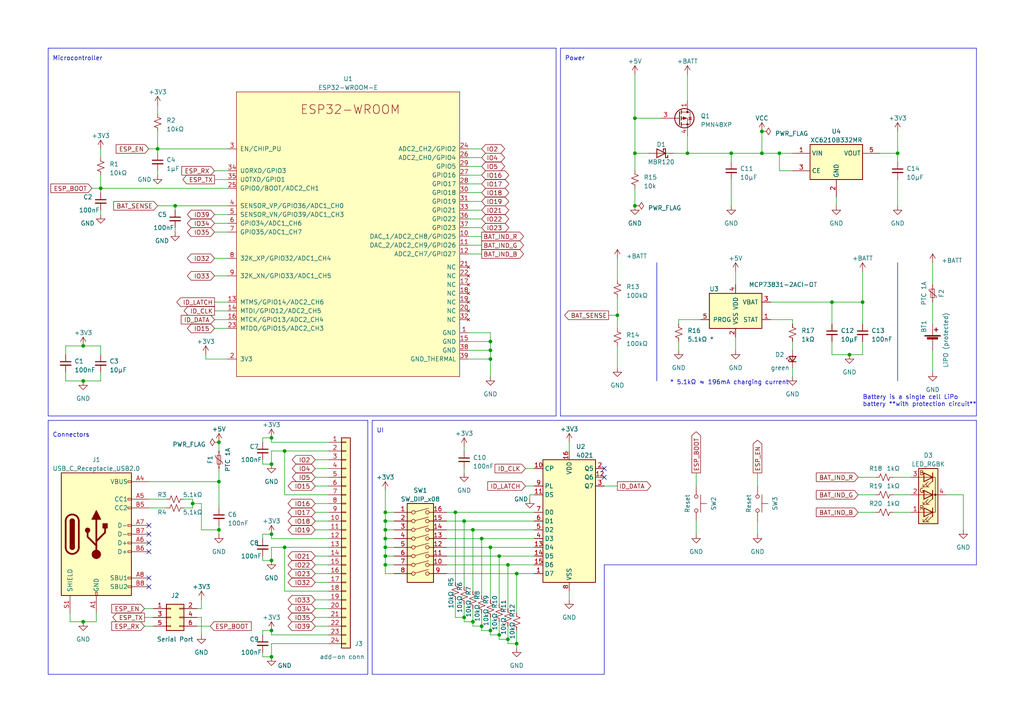
<source format=kicad_sch>
(kicad_sch (version 20220126) (generator eeschema)
  (paper "A4")
  (title_block (title "Game Over sensor") (rev "0.1") (company "Dancelab Game Over"))
  (junction (at 111.76 156.21))
  (junction (at 142.24 99.06))
  (junction (at 147.32 163.83))
  (junction (at 144.78 161.29))
  (junction (at 111.76 148.59))
  (junction (at 144.78 184.15))
  (junction (at 184.15 59.69))
  (junction (at 111.76 161.29))
  (junction (at 24.13 100.33))
  (junction (at 142.24 182.88))
  (junction (at 78.74 134.62))
  (junction (at 82.55 130.81))
  (junction (at 78.74 127))
  (junction (at 220.98 38.1))
  (junction (at 184.15 34.29))
  (junction (at 199.39 44.45))
  (junction (at 24.13 110.49))
  (junction (at 142.24 101.6))
  (junction (at 149.86 166.37))
  (junction (at 55.88 146.05))
  (junction (at 260.35 44.45))
  (junction (at 134.62 151.13))
  (junction (at 137.16 153.67))
  (junction (at 111.76 153.67))
  (junction (at 50.8 59.69))
  (junction (at 212.09 44.45))
  (junction (at 63.5 139.7))
  (junction (at 63.5 128.27))
  (junction (at 111.76 163.83))
  (junction (at 142.24 104.14))
  (junction (at 184.15 44.45))
  (junction (at 111.76 158.75))
  (junction (at 139.7 156.21))
  (junction (at 132.08 148.59))
  (junction (at 142.24 158.75))
  (junction (at 45.72 43.18))
  (junction (at 78.74 190.5))
  (junction (at 111.76 151.13))
  (junction (at 137.16 180.34))
  (junction (at 78.74 162.56))
  (junction (at 246.38 102.87))
  (junction (at 78.74 154.94))
  (junction (at 78.74 182.88))
  (junction (at 250.19 87.63))
  (junction (at 220.98 44.45))
  (junction (at 134.62 179.07))
  (junction (at 241.3 87.63))
  (junction (at 63.5 153.67))
  (junction (at 226.06 44.45))
  (junction (at 179.07 91.44))
  (junction (at 149.86 186.69))
  (junction (at 29.21 54.61))
  (junction (at 147.32 185.42))
  (junction (at 82.55 158.75))
  (junction (at 139.7 181.61))
  (junction (at 24.13 180.34))
  (no_connect (at 43.18 152.4))
  (no_connect (at 43.18 154.94))
  (no_connect (at 43.18 157.48))
  (no_connect (at 43.18 160.02))
  (no_connect (at 175.26 138.43))
  (no_connect (at 175.26 135.89))
  (no_connect (at 43.18 170.18))
  (no_connect (at 43.18 167.64))
  (wire (pts (xy 26.67 54.61) (xy 29.21 54.61)))
  (wire (pts (xy 53.34 144.78) (xy 55.88 144.78)))
  (wire (pts (xy 149.86 166.37) (xy 149.86 177.8)))
  (wire (pts (xy 129.54 148.59) (xy 132.08 148.59)))
  (polyline (pts (xy 107.95 195.58) (xy 175.26 195.58)))
  (wire (pts (xy 76.2 154.94) (xy 78.74 154.94)))
  (polyline (pts (xy 107.95 121.92) (xy 107.95 195.58)))
  (wire (pts (xy 111.76 153.67) (xy 114.3 153.67)))
  (wire (pts (xy 212.09 44.45) (xy 212.09 46.99)))
  (wire (pts (xy 219.71 137.16) (xy 219.71 140.97)))
  (wire (pts (xy 260.35 38.1) (xy 260.35 44.45)))
  (polyline (pts (xy 106.68 195.58) (xy 13.97 195.58)))
  (wire (pts (xy 45.72 43.18) (xy 45.72 44.45)))
  (wire (pts (xy 82.55 130.81) (xy 95.25 130.81)))
  (wire (pts (xy 135.89 45.72) (xy 139.7 45.72)))
  (wire (pts (xy 41.91 176.53) (xy 44.45 176.53)))
  (wire (pts (xy 62.23 74.93) (xy 66.04 74.93)))
  (wire (pts (xy 226.06 49.53) (xy 229.87 49.53)))
  (wire (pts (xy 95.25 184.15) (xy 78.74 184.15)))
  (wire (pts (xy 144.78 185.42) (xy 147.32 185.42)))
  (wire (pts (xy 137.16 153.67) (xy 137.16 171.45)))
  (wire (pts (xy 135.89 55.88) (xy 139.7 55.88)))
  (wire (pts (xy 179.07 74.93) (xy 179.07 81.28)))
  (wire (pts (xy 241.3 99.06) (xy 241.3 102.87)))
  (wire (pts (xy 149.86 166.37) (xy 154.94 166.37)))
  (wire (pts (xy 45.72 59.69) (xy 50.8 59.69)))
  (wire (pts (xy 142.24 158.75) (xy 154.94 158.75)))
  (wire (pts (xy 132.08 173.99) (xy 132.08 179.07)))
  (wire (pts (xy 82.55 171.45) (xy 95.25 171.45)))
  (wire (pts (xy 139.7 181.61) (xy 139.7 182.88)))
  (wire (pts (xy 78.74 130.81) (xy 78.74 134.62)))
  (wire (pts (xy 132.08 179.07) (xy 134.62 179.07)))
  (wire (pts (xy 62.23 80.01) (xy 66.04 80.01)))
  (wire (pts (xy 220.98 44.45) (xy 220.98 38.1)))
  (wire (pts (xy 76.2 134.62) (xy 78.74 134.62)))
  (wire (pts (xy 134.62 151.13) (xy 154.94 151.13)))
  (wire (pts (xy 153.67 143.51) (xy 154.94 143.51)))
  (wire (pts (xy 43.18 139.7) (xy 63.5 139.7)))
  (polyline (pts (xy 162.56 13.97) (xy 162.56 120.65)))
  (wire (pts (xy 111.76 163.83) (xy 114.3 163.83)))
  (polyline (pts (xy 13.97 13.97) (xy 13.97 120.65)))
  (wire (pts (xy 149.86 186.69) (xy 149.86 182.88)))
  (wire (pts (xy 135.89 50.8) (xy 139.7 50.8)))
  (wire (pts (xy 78.74 127) (xy 78.74 128.27)))
  (wire (pts (xy 142.24 182.88) (xy 142.24 179.07)))
  (wire (pts (xy 53.34 147.32) (xy 55.88 147.32)))
  (wire (pts (xy 259.08 148.59) (xy 264.16 148.59)))
  (wire (pts (xy 111.76 161.29) (xy 114.3 161.29)))
  (wire (pts (xy 62.23 95.25) (xy 66.04 95.25)))
  (wire (pts (xy 179.07 91.44) (xy 179.07 95.25)))
  (wire (pts (xy 29.21 43.18) (xy 29.21 45.72)))
  (wire (pts (xy 184.15 34.29) (xy 184.15 44.45)))
  (wire (pts (xy 111.76 156.21) (xy 111.76 158.75)))
  (wire (pts (xy 63.5 153.67) (xy 63.5 154.94)))
  (wire (pts (xy 55.88 144.78) (xy 55.88 146.05)))
  (wire (pts (xy 134.62 129.54) (xy 134.62 130.81)))
  (wire (pts (xy 76.2 190.5) (xy 78.74 190.5)))
  (wire (pts (xy 114.3 148.59) (xy 111.76 148.59)))
  (wire (pts (xy 91.44 138.43) (xy 95.25 138.43)))
  (wire (pts (xy 63.5 152.4) (xy 63.5 153.67)))
  (polyline (pts (xy 161.29 13.97) (xy 161.29 120.65)))
  (wire (pts (xy 274.32 143.51) (xy 279.4 143.51)))
  (wire (pts (xy 134.62 180.34) (xy 137.16 180.34)))
  (wire (pts (xy 78.74 154.94) (xy 78.74 156.21)))
  (wire (pts (xy 91.44 176.53) (xy 95.25 176.53)))
  (wire (pts (xy 226.06 44.45) (xy 226.06 49.53)))
  (wire (pts (xy 144.78 184.15) (xy 144.78 185.42)))
  (wire (pts (xy 135.89 60.96) (xy 139.7 60.96)))
  (wire (pts (xy 111.76 161.29) (xy 111.76 163.83)))
  (wire (pts (xy 91.44 151.13) (xy 95.25 151.13)))
  (wire (pts (xy 149.86 186.69) (xy 149.86 187.96)))
  (wire (pts (xy 63.5 135.89) (xy 63.5 139.7)))
  (wire (pts (xy 135.89 66.04) (xy 139.7 66.04)))
  (wire (pts (xy 144.78 161.29) (xy 144.78 175.26)))
  (wire (pts (xy 135.89 96.52) (xy 142.24 96.52)))
  (wire (pts (xy 76.2 182.88) (xy 76.2 184.15)))
  (wire (pts (xy 62.23 90.17) (xy 66.04 90.17)))
  (polyline (pts (xy 283.21 120.65) (xy 162.56 120.65)))
  (wire (pts (xy 248.92 138.43) (xy 254 138.43)))
  (wire (pts (xy 111.76 158.75) (xy 114.3 158.75)))
  (wire (pts (xy 45.72 38.1) (xy 45.72 43.18)))
  (wire (pts (xy 135.89 101.6) (xy 142.24 101.6)))
  (wire (pts (xy 242.57 57.15) (xy 242.57 59.69)))
  (wire (pts (xy 111.76 142.24) (xy 111.76 148.59)))
  (wire (pts (xy 226.06 44.45) (xy 229.87 44.45)))
  (wire (pts (xy 91.44 153.67) (xy 95.25 153.67)))
  (wire (pts (xy 59.69 104.14) (xy 66.04 104.14)))
  (wire (pts (xy 91.44 135.89) (xy 95.25 135.89)))
  (wire (pts (xy 91.44 179.07) (xy 95.25 179.07)))
  (wire (pts (xy 135.89 63.5) (xy 139.7 63.5)))
  (wire (pts (xy 175.26 140.97) (xy 179.07 140.97)))
  (wire (pts (xy 50.8 66.04) (xy 50.8 67.31)))
  (wire (pts (xy 62.23 52.07) (xy 66.04 52.07)))
  (polyline (pts (xy 175.26 163.83) (xy 175.26 195.58)))
  (wire (pts (xy 270.51 101.6) (xy 270.51 107.95)))
  (wire (pts (xy 91.44 166.37) (xy 95.25 166.37)))
  (wire (pts (xy 55.88 146.05) (xy 55.88 147.32)))
  (wire (pts (xy 152.4 135.89) (xy 154.94 135.89)))
  (wire (pts (xy 134.62 151.13) (xy 134.62 170.18)))
  (wire (pts (xy 184.15 21.59) (xy 184.15 34.29)))
  (wire (pts (xy 76.2 154.94) (xy 76.2 156.21)))
  (wire (pts (xy 129.54 163.83) (xy 147.32 163.83)))
  (wire (pts (xy 213.36 78.74) (xy 213.36 82.55)))
  (wire (pts (xy 29.21 107.95) (xy 29.21 110.49)))
  (wire (pts (xy 20.32 177.8) (xy 20.32 180.34)))
  (wire (pts (xy 229.87 92.71) (xy 229.87 93.98)))
  (wire (pts (xy 135.89 104.14) (xy 142.24 104.14)))
  (wire (pts (xy 142.24 104.14) (xy 142.24 109.22)))
  (wire (pts (xy 223.52 87.63) (xy 241.3 87.63)))
  (wire (pts (xy 132.08 148.59) (xy 154.94 148.59)))
  (wire (pts (xy 78.74 186.69) (xy 95.25 186.69)))
  (wire (pts (xy 78.74 158.75) (xy 78.74 162.56)))
  (polyline (pts (xy 283.21 13.97) (xy 283.21 120.65)))
  (wire (pts (xy 19.05 100.33) (xy 24.13 100.33)))
  (polyline (pts (xy 283.21 163.83) (xy 175.26 163.83)))
  (wire (pts (xy 62.23 64.77) (xy 66.04 64.77)))
  (wire (pts (xy 57.15 179.07) (xy 58.42 179.07)))
  (wire (pts (xy 111.76 156.21) (xy 114.3 156.21)))
  (wire (pts (xy 152.4 140.97) (xy 154.94 140.97)))
  (wire (pts (xy 62.23 67.31) (xy 66.04 67.31)))
  (wire (pts (xy 137.16 153.67) (xy 154.94 153.67)))
  (wire (pts (xy 147.32 163.83) (xy 147.32 176.53)))
  (wire (pts (xy 58.42 179.07) (xy 58.42 184.15)))
  (wire (pts (xy 135.89 53.34) (xy 139.7 53.34)))
  (wire (pts (xy 241.3 87.63) (xy 241.3 93.98)))
  (wire (pts (xy 19.05 110.49) (xy 24.13 110.49)))
  (wire (pts (xy 91.44 163.83) (xy 95.25 163.83)))
  (polyline (pts (xy 13.97 121.92) (xy 13.97 195.58)))
  (wire (pts (xy 57.15 181.61) (xy 60.96 181.61)))
  (wire (pts (xy 199.39 39.37) (xy 199.39 44.45)))
  (wire (pts (xy 219.71 151.13) (xy 219.71 154.94)))
  (wire (pts (xy 199.39 44.45) (xy 212.09 44.45)))
  (wire (pts (xy 135.89 43.18) (xy 139.7 43.18)))
  (wire (pts (xy 91.44 146.05) (xy 95.25 146.05)))
  (wire (pts (xy 196.85 99.06) (xy 196.85 101.6)))
  (wire (pts (xy 135.89 68.58) (xy 139.7 68.58)))
  (polyline (pts (xy 161.29 120.65) (xy 13.97 120.65)))
  (wire (pts (xy 91.44 148.59) (xy 95.25 148.59)))
  (wire (pts (xy 78.74 158.75) (xy 82.55 158.75)))
  (wire (pts (xy 129.54 151.13) (xy 134.62 151.13)))
  (wire (pts (xy 29.21 50.8) (xy 29.21 54.61)))
  (wire (pts (xy 142.24 158.75) (xy 142.24 173.99)))
  (wire (pts (xy 76.2 162.56) (xy 78.74 162.56)))
  (wire (pts (xy 78.74 128.27) (xy 95.25 128.27)))
  (wire (pts (xy 137.16 181.61) (xy 139.7 181.61)))
  (wire (pts (xy 111.76 163.83) (xy 111.76 166.37)))
  (wire (pts (xy 78.74 182.88) (xy 78.74 184.15)))
  (wire (pts (xy 260.35 52.07) (xy 260.35 59.69)))
  (wire (pts (xy 195.58 44.45) (xy 199.39 44.45)))
  (wire (pts (xy 43.18 147.32) (xy 48.26 147.32)))
  (wire (pts (xy 111.76 151.13) (xy 111.76 153.67)))
  (wire (pts (xy 82.55 171.45) (xy 82.55 158.75)))
  (wire (pts (xy 176.53 91.44) (xy 179.07 91.44)))
  (wire (pts (xy 165.1 171.45) (xy 165.1 173.99)))
  (wire (pts (xy 248.92 143.51) (xy 254 143.51)))
  (wire (pts (xy 62.23 92.71) (xy 66.04 92.71)))
  (wire (pts (xy 62.23 49.53) (xy 66.04 49.53)))
  (wire (pts (xy 142.24 96.52) (xy 142.24 99.06)))
  (wire (pts (xy 76.2 189.23) (xy 76.2 190.5)))
  (wire (pts (xy 41.91 179.07) (xy 44.45 179.07)))
  (wire (pts (xy 139.7 182.88) (xy 142.24 182.88)))
  (wire (pts (xy 45.72 30.48) (xy 45.72 33.02)))
  (wire (pts (xy 184.15 54.61) (xy 184.15 59.69)))
  (wire (pts (xy 111.76 153.67) (xy 111.76 156.21)))
  (wire (pts (xy 78.74 156.21) (xy 95.25 156.21)))
  (wire (pts (xy 246.38 102.87) (xy 250.19 102.87)))
  (wire (pts (xy 184.15 34.29) (xy 191.77 34.29)))
  (wire (pts (xy 137.16 180.34) (xy 137.16 181.61)))
  (wire (pts (xy 179.07 100.33) (xy 179.07 106.68)))
  (wire (pts (xy 111.76 148.59) (xy 111.76 151.13)))
  (wire (pts (xy 29.21 60.96) (xy 29.21 62.23)))
  (wire (pts (xy 129.54 156.21) (xy 139.7 156.21)))
  (wire (pts (xy 250.19 87.63) (xy 250.19 93.98)))
  (wire (pts (xy 24.13 100.33) (xy 29.21 100.33)))
  (wire (pts (xy 43.18 144.78) (xy 48.26 144.78)))
  (wire (pts (xy 142.24 184.15) (xy 144.78 184.15)))
  (wire (pts (xy 250.19 78.74) (xy 250.19 87.63)))
  (wire (pts (xy 147.32 185.42) (xy 147.32 186.69)))
  (wire (pts (xy 29.21 54.61) (xy 66.04 54.61)))
  (wire (pts (xy 212.09 52.07) (xy 212.09 59.69)))
  (wire (pts (xy 63.5 128.27) (xy 63.5 130.81)))
  (wire (pts (xy 147.32 185.42) (xy 147.32 181.61)))
  (wire (pts (xy 129.54 158.75) (xy 142.24 158.75)))
  (wire (pts (xy 135.89 99.06) (xy 142.24 99.06)))
  (wire (pts (xy 139.7 181.61) (xy 139.7 177.8)))
  (wire (pts (xy 82.55 158.75) (xy 95.25 158.75)))
  (wire (pts (xy 59.69 102.87) (xy 59.69 104.14)))
  (wire (pts (xy 55.88 146.05) (xy 58.42 146.05)))
  (wire (pts (xy 27.94 180.34) (xy 27.94 177.8)))
  (wire (pts (xy 19.05 107.95) (xy 19.05 110.49)))
  (wire (pts (xy 135.89 48.26) (xy 139.7 48.26)))
  (wire (pts (xy 111.76 166.37) (xy 114.3 166.37)))
  (wire (pts (xy 139.7 156.21) (xy 154.94 156.21)))
  (wire (pts (xy 29.21 54.61) (xy 29.21 55.88)))
  (wire (pts (xy 129.54 161.29) (xy 144.78 161.29)))
  (wire (pts (xy 223.52 92.71) (xy 229.87 92.71)))
  (wire (pts (xy 50.8 59.69) (xy 66.04 59.69)))
  (wire (pts (xy 91.44 133.35) (xy 95.25 133.35)))
  (wire (pts (xy 132.08 148.59) (xy 132.08 168.91)))
  (wire (pts (xy 134.62 179.07) (xy 134.62 175.26)))
  (wire (pts (xy 201.93 137.16) (xy 201.93 140.97)))
  (wire (pts (xy 134.62 179.07) (xy 134.62 180.34)))
  (wire (pts (xy 213.36 97.79) (xy 213.36 101.6)))
  (polyline (pts (xy 107.95 121.92) (xy 283.21 121.92)))
  (wire (pts (xy 260.35 44.45) (xy 260.35 46.99)))
  (wire (pts (xy 129.54 153.67) (xy 137.16 153.67)))
  (wire (pts (xy 29.21 100.33) (xy 29.21 102.87)))
  (wire (pts (xy 259.08 138.43) (xy 264.16 138.43)))
  (polyline (pts (xy 13.97 121.92) (xy 106.68 121.92)))
  (wire (pts (xy 76.2 161.29) (xy 76.2 162.56)))
  (wire (pts (xy 241.3 87.63) (xy 250.19 87.63)))
  (wire (pts (xy 212.09 44.45) (xy 220.98 44.45)))
  (wire (pts (xy 19.05 102.87) (xy 19.05 100.33)))
  (wire (pts (xy 137.16 180.34) (xy 137.16 176.53)))
  (wire (pts (xy 82.55 143.51) (xy 82.55 130.81)))
  (wire (pts (xy 229.87 99.06) (xy 229.87 101.6)))
  (polyline (pts (xy 260.35 76.2) (xy 260.35 110.49)))
  (wire (pts (xy 139.7 156.21) (xy 139.7 172.72)))
  (wire (pts (xy 41.91 181.61) (xy 44.45 181.61)))
  (polyline (pts (xy 162.56 13.97) (xy 283.21 13.97)))
  (wire (pts (xy 91.44 173.99) (xy 95.25 173.99)))
  (wire (pts (xy 62.23 62.23) (xy 66.04 62.23)))
  (polyline (pts (xy 283.21 121.92) (xy 283.21 163.83)))
  (wire (pts (xy 82.55 143.51) (xy 95.25 143.51)))
  (wire (pts (xy 135.89 71.12) (xy 139.7 71.12)))
  (wire (pts (xy 259.08 143.51) (xy 264.16 143.51)))
  (wire (pts (xy 76.2 133.35) (xy 76.2 134.62)))
  (wire (pts (xy 76.2 127) (xy 78.74 127)))
  (wire (pts (xy 142.24 99.06) (xy 142.24 101.6)))
  (wire (pts (xy 45.72 43.18) (xy 66.04 43.18)))
  (wire (pts (xy 250.19 102.87) (xy 250.19 99.06)))
  (wire (pts (xy 179.07 86.36) (xy 179.07 91.44)))
  (wire (pts (xy 184.15 44.45) (xy 187.96 44.45)))
  (wire (pts (xy 142.24 101.6) (xy 142.24 104.14)))
  (wire (pts (xy 20.32 180.34) (xy 24.13 180.34)))
  (wire (pts (xy 201.93 151.13) (xy 201.93 154.94)))
  (wire (pts (xy 91.44 181.61) (xy 95.25 181.61)))
  (wire (pts (xy 220.98 44.45) (xy 226.06 44.45)))
  (wire (pts (xy 111.76 151.13) (xy 114.3 151.13)))
  (wire (pts (xy 78.74 186.69) (xy 78.74 190.5)))
  (wire (pts (xy 248.92 148.59) (xy 254 148.59)))
  (wire (pts (xy 91.44 140.97) (xy 95.25 140.97)))
  (wire (pts (xy 270.51 76.2) (xy 270.51 82.55)))
  (wire (pts (xy 270.51 87.63) (xy 270.51 93.98)))
  (wire (pts (xy 142.24 182.88) (xy 142.24 184.15)))
  (wire (pts (xy 78.74 130.81) (xy 82.55 130.81)))
  (wire (pts (xy 153.67 144.78) (xy 153.67 143.51)))
  (wire (pts (xy 165.1 128.27) (xy 165.1 130.81)))
  (wire (pts (xy 134.62 135.89) (xy 134.62 137.16)))
  (polyline (pts (xy 106.68 121.92) (xy 106.68 195.58)))
  (wire (pts (xy 196.85 92.71) (xy 203.2 92.71)))
  (wire (pts (xy 24.13 180.34) (xy 27.94 180.34)))
  (wire (pts (xy 29.21 110.49) (xy 24.13 110.49)))
  (wire (pts (xy 241.3 102.87) (xy 246.38 102.87)))
  (wire (pts (xy 196.85 93.98) (xy 196.85 92.71)))
  (wire (pts (xy 43.18 43.18) (xy 45.72 43.18)))
  (wire (pts (xy 144.78 184.15) (xy 144.78 180.34)))
  (wire (pts (xy 58.42 176.53) (xy 57.15 176.53)))
  (wire (pts (xy 76.2 127) (xy 76.2 128.27)))
  (polyline (pts (xy 190.5 76.2) (xy 190.5 110.49)))
  (wire (pts (xy 58.42 173.99) (xy 58.42 176.53)))
  (wire (pts (xy 91.44 168.91) (xy 95.25 168.91)))
  (wire (pts (xy 91.44 161.29) (xy 95.25 161.29)))
  (wire (pts (xy 76.2 182.88) (xy 78.74 182.88)))
  (wire (pts (xy 229.87 106.68) (xy 229.87 109.22)))
  (wire (pts (xy 184.15 44.45) (xy 184.15 49.53)))
  (wire (pts (xy 135.89 58.42) (xy 139.7 58.42)))
  (wire (pts (xy 63.5 139.7) (xy 63.5 147.32)))
  (wire (pts (xy 50.8 59.69) (xy 50.8 60.96)))
  (wire (pts (xy 62.23 87.63) (xy 66.04 87.63)))
  (wire (pts (xy 58.42 153.67) (xy 63.5 153.67)))
  (wire (pts (xy 279.4 143.51) (xy 279.4 153.67)))
  (wire (pts (xy 144.78 161.29) (xy 154.94 161.29)))
  (wire (pts (xy 135.89 73.66) (xy 139.7 73.66)))
  (wire (pts (xy 129.54 166.37) (xy 149.86 166.37)))
  (polyline (pts (xy 13.97 13.97) (xy 161.29 13.97)))
  (wire (pts (xy 147.32 163.83) (xy 154.94 163.83)))
  (wire (pts (xy 45.72 49.53) (xy 45.72 50.8)))
  (wire (pts (xy 111.76 158.75) (xy 111.76 161.29)))
  (wire (pts (xy 58.42 146.05) (xy 58.42 153.67)))
  (wire (pts (xy 255.27 44.45) (xy 260.35 44.45)))
  (wire (pts (xy 199.39 21.59) (xy 199.39 29.21)))
  (wire (pts (xy 147.32 186.69) (xy 149.86 186.69)))
  (text "Microcontroller" (at 15.24 17.78 0) (effects (font (size 1.27 1.27)) (justify left bottom)))
  (text "Connectors" (at 15.24 127 0) (effects (font (size 1.27 1.27)) (justify left bottom)))
  (text "Battery is a single cell LiPo\nbattery **with protection circuit**" (at 250.19 118.11 0) (effects (font (size 1.27 1.27)) (justify left bottom)))
  (text "Power" (at 163.83 17.78 0) (effects (font (size 1.27 1.27)) (justify left bottom)))
  (text "* 5.1kΩ ≈ 196mA charging current" (at 194.31 111.76 0) (effects (font (size 1.27 1.27)) (justify left bottom)))
  (text "UI" (at 109.22 125.73 0) (effects (font (size 1.27 1.27)) (justify left bottom)))
  (global_label "IO5" (shape bidirectional) (at 91.44 138.43 180) (property "Intersheetrefs" "${INTERSHEET_REFS}" (effects hide)))
  (global_label "ESP_TX" (shape output) (at 62.23 52.07 180) (property "Intersheetrefs" "${INTERSHEET_REFS}" (effects hide)))
  (global_label "IO19" (shape bidirectional) (at 91.44 153.67 180) (property "Intersheetrefs" "${INTERSHEET_REFS}" (effects hide)))
  (global_label "IO32" (shape bidirectional) (at 91.44 168.91 180) (property "Intersheetrefs" "${INTERSHEET_REFS}" (effects hide)))
  (global_label "IO34" (shape bidirectional) (at 91.44 176.53 180) (property "Intersheetrefs" "${INTERSHEET_REFS}" (effects hide)))
  (global_label "IO32" (shape bidirectional) (at 62.23 74.93 180) (property "Intersheetrefs" "${INTERSHEET_REFS}" (effects hide)))
  (global_label "ESP_BOOT" (shape input) (at 26.67 54.61 180) (property "Intersheetrefs" "${INTERSHEET_REFS}" (effects hide)))
  (global_label "ID_CLK" (shape output) (at 62.23 90.17 180) (property "Intersheetrefs" "${INTERSHEET_REFS}" (effects hide)))
  (global_label "ID_CLK" (shape input) (at 152.4 135.89 180) (property "Intersheetrefs" "${INTERSHEET_REFS}" (effects hide)))
  (global_label "IO21" (shape bidirectional) (at 91.44 161.29 180) (property "Intersheetrefs" "${INTERSHEET_REFS}" (effects hide)))
  (global_label "IO21" (shape bidirectional) (at 139.7 60.96 0) (property "Intersheetrefs" "${INTERSHEET_REFS}" (effects hide)))
  (global_label "IO35" (shape bidirectional) (at 62.23 67.31 180) (property "Intersheetrefs" "${INTERSHEET_REFS}" (effects hide)))
  (global_label "ESP_EN" (shape input) (at 43.18 43.18 180) (property "Intersheetrefs" "${INTERSHEET_REFS}" (effects hide)))
  (global_label "BAT_SENSE" (shape input) (at 45.72 59.69 180) (property "Intersheetrefs" "${INTERSHEET_REFS}" (effects hide)))
  (global_label "ID_DATA" (shape input) (at 62.23 92.71 180) (property "Intersheetrefs" "${INTERSHEET_REFS}" (effects hide)))
  (global_label "IO22" (shape bidirectional) (at 139.7 63.5 0) (property "Intersheetrefs" "${INTERSHEET_REFS}" (effects hide)))
  (global_label "IO33" (shape bidirectional) (at 91.44 173.99 180) (property "Intersheetrefs" "${INTERSHEET_REFS}" (effects hide)))
  (global_label "ESP_TX" (shape output) (at 41.91 179.07 180) (property "Intersheetrefs" "${INTERSHEET_REFS}" (effects hide)))
  (global_label "IO18" (shape bidirectional) (at 91.44 151.13 180) (property "Intersheetrefs" "${INTERSHEET_REFS}" (effects hide)))
  (global_label "IO39" (shape bidirectional) (at 62.23 62.23 180) (property "Intersheetrefs" "${INTERSHEET_REFS}" (effects hide)))
  (global_label "IO2" (shape bidirectional) (at 139.7 43.18 0) (property "Intersheetrefs" "${INTERSHEET_REFS}" (effects hide)))
  (global_label "IO2" (shape bidirectional) (at 91.44 133.35 180) (property "Intersheetrefs" "${INTERSHEET_REFS}" (effects hide)))
  (global_label "IO16" (shape bidirectional) (at 139.7 50.8 0) (property "Intersheetrefs" "${INTERSHEET_REFS}" (effects hide)))
  (global_label "IO23" (shape bidirectional) (at 91.44 166.37 180) (property "Intersheetrefs" "${INTERSHEET_REFS}" (effects hide)))
  (global_label "BAT_SENSE" (shape output) (at 176.53 91.44 180) (property "Intersheetrefs" "${INTERSHEET_REFS}" (effects hide)))
  (global_label "IO39" (shape bidirectional) (at 91.44 181.61 180) (property "Intersheetrefs" "${INTERSHEET_REFS}" (effects hide)))
  (global_label "ID_LATCH" (shape input) (at 152.4 140.97 180) (property "Intersheetrefs" "${INTERSHEET_REFS}" (effects hide)))
  (global_label "IO4" (shape bidirectional) (at 139.7 45.72 0) (property "Intersheetrefs" "${INTERSHEET_REFS}" (effects hide)))
  (global_label "ESP_EN" (shape input) (at 41.91 176.53 180) (property "Intersheetrefs" "${INTERSHEET_REFS}" (effects hide)))
  (global_label "ESP_BOOT" (shape output) (at 201.93 137.16 90) (property "Intersheetrefs" "${INTERSHEET_REFS}" (effects hide)))
  (global_label "BAT_IND_R" (shape input) (at 248.92 138.43 180) (property "Intersheetrefs" "${INTERSHEET_REFS}" (effects hide)))
  (global_label "IO15" (shape bidirectional) (at 91.44 140.97 180) (property "Intersheetrefs" "${INTERSHEET_REFS}" (effects hide)))
  (global_label "IO16" (shape bidirectional) (at 91.44 146.05 180) (property "Intersheetrefs" "${INTERSHEET_REFS}" (effects hide)))
  (global_label "IO5" (shape bidirectional) (at 139.7 48.26 0) (property "Intersheetrefs" "${INTERSHEET_REFS}" (effects hide)))
  (global_label "ID_DATA" (shape output) (at 179.07 140.97 0) (property "Intersheetrefs" "${INTERSHEET_REFS}" (effects hide)))
  (global_label "IO15" (shape bidirectional) (at 62.23 95.25 180) (property "Intersheetrefs" "${INTERSHEET_REFS}" (effects hide)))
  (global_label "BAT_IND_R" (shape output) (at 139.7 68.58 0) (property "Intersheetrefs" "${INTERSHEET_REFS}" (effects hide)))
  (global_label "IO4" (shape bidirectional) (at 91.44 135.89 180) (property "Intersheetrefs" "${INTERSHEET_REFS}" (effects hide)))
  (global_label "BAT_IND_B" (shape input) (at 248.92 148.59 180) (property "Intersheetrefs" "${INTERSHEET_REFS}" (effects hide)))
  (global_label "IO18" (shape bidirectional) (at 139.7 55.88 0) (property "Intersheetrefs" "${INTERSHEET_REFS}" (effects hide)))
  (global_label "ESP_EN" (shape output) (at 219.71 137.16 90) (property "Intersheetrefs" "${INTERSHEET_REFS}" (effects hide)))
  (global_label "ID_LATCH" (shape output) (at 62.23 87.63 180) (property "Intersheetrefs" "${INTERSHEET_REFS}" (effects hide)))
  (global_label "IO22" (shape bidirectional) (at 91.44 163.83 180) (property "Intersheetrefs" "${INTERSHEET_REFS}" (effects hide)))
  (global_label "ESP_RX" (shape input) (at 62.23 49.53 180) (property "Intersheetrefs" "${INTERSHEET_REFS}" (effects hide)))
  (global_label "ESP_RX" (shape input) (at 41.91 181.61 180) (property "Intersheetrefs" "${INTERSHEET_REFS}" (effects hide)))
  (global_label "BAT_IND_G" (shape input) (at 248.92 143.51 180) (property "Intersheetrefs" "${INTERSHEET_REFS}" (effects hide)))
  (global_label "IO23" (shape bidirectional) (at 139.7 66.04 0) (property "Intersheetrefs" "${INTERSHEET_REFS}" (effects hide)))
  (global_label "BAT_IND_G" (shape output) (at 139.7 71.12 0) (property "Intersheetrefs" "${INTERSHEET_REFS}" (effects hide)))
  (global_label "IO17" (shape bidirectional) (at 91.44 148.59 180) (property "Intersheetrefs" "${INTERSHEET_REFS}" (effects hide)))
  (global_label "IO34" (shape bidirectional) (at 62.23 64.77 180) (property "Intersheetrefs" "${INTERSHEET_REFS}" (effects hide)))
  (global_label "ESP_BOOT" (shape input) (at 60.96 181.61 0) (property "Intersheetrefs" "${INTERSHEET_REFS}" (effects hide)))
  (global_label "BAT_IND_B" (shape output) (at 139.7 73.66 0) (property "Intersheetrefs" "${INTERSHEET_REFS}" (effects hide)))
  (global_label "IO33" (shape bidirectional) (at 62.23 80.01 180) (property "Intersheetrefs" "${INTERSHEET_REFS}" (effects hide)))
  (global_label "IO35" (shape bidirectional) (at 91.44 179.07 180) (property "Intersheetrefs" "${INTERSHEET_REFS}" (effects hide)))
  (global_label "IO19" (shape bidirectional) (at 139.7 58.42 0) (property "Intersheetrefs" "${INTERSHEET_REFS}" (effects hide)))
  (global_label "IO17" (shape bidirectional) (at 139.7 53.34 0) (property "Intersheetrefs" "${INTERSHEET_REFS}" (effects hide)))
  (symbol (lib_id "Device:R_Small_US") (at 137.16 173.99 0) (unit 1)
    (property "Reference" "R7" (at 135.89 172.72 90) (effects (justify left)))
    (property "Value" "10kΩ" (at 135.89 179.07 90) (effects (justify left)))
    (property "Footprint" "Resistor_SMD:R_0805_2012Metric_Pad1.20x1.40mm_HandSolder" (effects hide))
  )
  (symbol (lib_id "Device:C_Small") (at 76.2 158.75 0) (unit 1)
    (property "Reference" "C8" (at 72.39 157.48 0) (effects (justify left)))
    (property "Value" "100nF" (at 69.85 161.29 0) (effects (justify left)))
    (property "Footprint" "Capacitor_SMD:C_0805_2012Metric_Pad1.18x1.45mm_HandSolder" (effects hide))
  )
  (symbol (lib_id "power:GND") (at 270.51 107.95 0) (unit 1)
    (property "Reference" "#PWR047" (effects hide))
    (property "Value" "GND" (at 270.51 113.03 0))
  )
  (symbol (lib_id "Device:R_Small_US") (at 256.54 148.59 90) (unit 1)
    (property "Reference" "R20" (at 254 146.05 90))
    (property "Value" "1kΩ" (at 259.08 146.05 90))
    (property "Footprint" "Resistor_SMD:R_0805_2012Metric_Pad1.20x1.40mm_HandSolder" (effects hide))
  )
  (symbol (lib_id "Switch:SW_Push") (at 219.71 146.05 270) (unit 1)
    (property "Reference" "SW3" (at 224.79 146.05 0))
    (property "Value" "Reset" (at 217.17 146.05 0))
  )
  (symbol (lib_id "Device:R_Small_US") (at 196.85 96.52 0) (unit 1)
    (property "Reference" "R16" (at 199.39 95.885 0) (effects (justify left)))
    (property "Value" "5.1kΩ *" (at 199.39 98.425 0) (effects (justify left)))
    (property "Footprint" "Resistor_SMD:R_0805_2012Metric_Pad1.20x1.40mm_HandSolder" (effects hide))
  )
  (symbol (lib_id "Device:C_Small") (at 134.62 133.35 0) (unit 1)
    (property "Reference" "C10" (at 137.16 132.7213 0) (effects (justify left)))
    (property "Value" "100nF" (at 137.16 135.2613 0) (effects (justify left)))
    (property "Footprint" "Capacitor_SMD:C_0805_2012Metric_Pad1.18x1.45mm_HandSolder" (effects hide))
  )
  (symbol (lib_id "power:+3.3V") (at 45.72 30.48 0) (unit 1)
    (property "Reference" "#PWR06" (effects hide))
    (property "Value" "+3.3V" (at 45.72 26.67 0))
  )
  (symbol (lib_id "Device:R_Small_US") (at 45.72 35.56 0) (unit 1)
    (property "Reference" "R2" (at 48.26 34.925 0) (effects (justify left)))
    (property "Value" "10kΩ" (at 48.26 37.465 0) (effects (justify left)))
    (property "Footprint" "Resistor_SMD:R_0805_2012Metric_Pad1.20x1.40mm_HandSolder" (effects hide))
  )
  (symbol (lib_id "power:GND") (at 24.13 180.34 0) (unit 1)
    (property "Reference" "#PWR03" (effects hide))
    (property "Value" "GND" (at 24.13 185.42 0))
  )
  (symbol (lib_id "power:+3.3V") (at 165.1 128.27 0) (unit 1)
    (property "Reference" "#PWR026" (effects hide))
    (property "Value" "+3.3V" (at 165.1 124.46 0))
  )
  (symbol (lib_id "Device:R_Small_US") (at 142.24 176.53 0) (unit 1)
    (property "Reference" "R9" (at 140.97 175.26 90) (effects (justify left)))
    (property "Value" "10kΩ" (at 140.97 181.61 90) (effects (justify left)))
    (property "Footprint" "Resistor_SMD:R_0805_2012Metric_Pad1.20x1.40mm_HandSolder" (effects hide))
  )
  (symbol (lib_id "power:+5V") (at 213.36 78.74 0) (unit 1)
    (property "Reference" "#PWR036" (effects hide))
    (property "Value" "+5V" (at 213.36 74.93 0))
  )
  (symbol (lib_id "Device:C_Small") (at 260.35 49.53 0) (unit 1)
    (property "Reference" "C14" (at 262.89 48.9013 0) (effects (justify left)))
    (property "Value" "10µF" (at 262.89 51.4413 0) (effects (justify left)))
    (property "Footprint" "Capacitor_SMD:C_0805_2012Metric_Pad1.18x1.45mm_HandSolder" (effects hide))
  )
  (symbol (lib_id "Device:Polyfuse_Small") (at 270.51 85.09 180) (unit 1)
    (property "Reference" "F2" (at 273.05 85.09 90))
    (property "Value" "PTC 1A" (at 267.97 85.09 90))
  )
  (symbol (lib_id "power:GND") (at 149.86 187.96 0) (unit 1)
    (property "Reference" "#PWR024" (effects hide))
    (property "Value" "GND" (at 149.86 193.04 0))
  )
  (symbol (lib_id "4xxx:4021") (at 165.1 151.13 0) (unit 1)
    (property "Reference" "U2" (at 167.0559 129.54 0) (effects (justify left)))
    (property "Value" "4021" (at 167.0559 132.08 0) (effects (justify left)))
    (property "Footprint" "Package_SO:TSSOP-16-1EP_4.4x5mm_P0.65mm" (effects hide))
    (property "Datasheet" "https://assets.nexperia.com/documents/data-sheet/HEF4021B.pdf" (effects hide))
  )
  (symbol (lib_id "Device:C_Small") (at 45.72 46.99 0) (unit 1)
    (property "Reference" "C4" (at 48.26 46.3613 0) (effects (justify left)))
    (property "Value" "1µF" (at 48.26 48.9013 0) (effects (justify left)))
    (property "Footprint" "Capacitor_SMD:C_0805_2012Metric_Pad1.18x1.45mm_HandSolder" (effects hide))
  )
  (symbol (lib_id "power:GND") (at 29.21 62.23 0) (unit 1)
    (property "Reference" "#PWR05" (effects hide))
    (property "Value" "GND" (at 25.4 64.77 0))
  )
  (symbol (lib_id "Device:R_Small_US") (at 132.08 171.45 0) (unit 1)
    (property "Reference" "R5" (at 130.81 170.18 90) (effects (justify left)))
    (property "Value" "10kΩ" (at 130.81 176.53 90) (effects (justify left)))
    (property "Footprint" "Resistor_SMD:R_0805_2012Metric_Pad1.20x1.40mm_HandSolder" (effects hide))
  )
  (symbol (lib_id "power:+3.3V") (at 78.74 154.94 0) (unit 1)
    (property "Reference" "#PWR016" (effects hide))
    (property "Value" "+3.3V" (at 78.74 151.13 0))
  )
  (symbol (lib_id "power:GND") (at 63.5 154.94 0) (unit 1)
    (property "Reference" "#PWR013" (effects hide))
    (property "Value" "GND" (at 63.5 160.02 0))
  )
  (symbol (lib_id "Device:C_Small") (at 212.09 49.53 0) (unit 1)
    (property "Reference" "C11" (at 214.63 48.9013 0) (effects (justify left)))
    (property "Value" "10µF" (at 214.63 51.4413 0) (effects (justify left)))
    (property "Footprint" "Capacitor_SMD:C_0805_2012Metric_Pad1.18x1.45mm_HandSolder" (effects hide))
  )
  (symbol (lib_id "power:+BATT") (at 250.19 78.74 0) (unit 1)
    (property "Reference" "#PWR043" (effects hide))
    (property "Value" "+BATT" (at 250.19 74.93 0))
  )
  (symbol (lib_id "Device:C_Small") (at 76.2 186.69 0) (unit 1)
    (property "Reference" "C9" (at 72.39 185.42 0) (effects (justify left)))
    (property "Value" "100nF" (at 69.85 189.23 0) (effects (justify left)))
    (property "Footprint" "Capacitor_SMD:C_0805_2012Metric_Pad1.18x1.45mm_HandSolder" (effects hide))
  )
  (symbol (lib_id "power:GND") (at 165.1 173.99 0) (unit 1)
    (property "Reference" "#PWR027" (effects hide))
    (property "Value" "GND" (at 165.1 179.07 0))
  )
  (symbol (lib_id "power:+3.3V") (at 59.69 102.87 0) (unit 1)
    (property "Reference" "#PWR011" (effects hide))
    (property "Value" "+3.3V" (at 59.69 99.06 0))
  )
  (symbol (lib_id "Switch:SW_DIP_x08") (at 121.92 158.75 0) (unit 1)
    (property "Reference" "SW1" (at 121.92 142.24 0))
    (property "Value" "SW_DIP_x08" (at 121.92 144.78 0))
  )
  (symbol (lib_id "Device:R_Small_US") (at 50.8 147.32 90) (unit 1)
    (property "Reference" "R4" (at 46.99 148.59 90))
    (property "Value" "5.1kΩ" (at 55.88 148.59 90))
    (property "Footprint" "Resistor_SMD:R_0805_2012Metric_Pad1.20x1.40mm_HandSolder" (effects hide))
  )
  (symbol (lib_id "Device:R_Small_US") (at 179.07 97.79 0) (unit 1)
    (property "Reference" "R14" (at 181.61 97.155 0) (effects (justify left)))
    (property "Value" "100kΩ" (at 181.61 99.695 0) (effects (justify left)))
    (property "Footprint" "Resistor_SMD:R_0805_2012Metric_Pad1.20x1.40mm_HandSolder" (effects hide))
  )
  (symbol (lib_id "Device:R_Small_US") (at 149.86 180.34 0) (unit 1)
    (property "Reference" "R12" (at 148.59 179.07 90) (effects (justify left)))
    (property "Value" "10kΩ" (at 148.59 185.42 90) (effects (justify left)))
    (property "Footprint" "Resistor_SMD:R_0805_2012Metric_Pad1.20x1.40mm_HandSolder" (effects hide))
  )
  (symbol (lib_id "power:GND") (at 50.8 67.31 0) (unit 1)
    (property "Reference" "#PWR08" (effects hide))
    (property "Value" "GND" (at 46.99 69.85 0))
  )
  (symbol (lib_id "power:+3.3V") (at 134.62 129.54 0) (unit 1)
    (property "Reference" "#PWR021" (effects hide))
    (property "Value" "+3.3V" (at 134.62 125.73 0))
  )
  (symbol (lib_id "Device:C_Small") (at 50.8 63.5 0) (unit 1)
    (property "Reference" "C5" (at 45.72 62.23 0) (effects (justify left)))
    (property "Value" "100nF" (at 44.45 66.04 0) (effects (justify left)))
    (property "Footprint" "Capacitor_SMD:C_0805_2012Metric_Pad1.18x1.45mm_HandSolder" (effects hide))
  )
  (symbol (lib_id "Device:R_Small_US") (at 139.7 175.26 0) (unit 1)
    (property "Reference" "R8" (at 138.43 173.99 90) (effects (justify left)))
    (property "Value" "10kΩ" (at 138.43 180.34 90) (effects (justify left)))
    (property "Footprint" "Resistor_SMD:R_0805_2012Metric_Pad1.20x1.40mm_HandSolder" (effects hide))
  )
  (symbol (lib_id "Connector:USB_C_Receptacle_USB2.0") (at 27.94 154.94 0) (unit 1)
    (property "Reference" "J1" (at 27.94 133.35 0))
    (property "Value" "USB_C_Receptacle_USB2.0" (at 27.94 135.89 0))
    (property "Datasheet" "https://www.usb.org/sites/default/files/documents/usb_type-c.zip" (effects hide))
  )
  (symbol (lib_id "Device:C_Small") (at 241.3 96.52 0) (unit 1)
    (property "Reference" "C12" (at 243.84 95.8913 0) (effects (justify left)))
    (property "Value" "10µF" (at 243.84 98.4313 0) (effects (justify left)))
    (property "Footprint" "Capacitor_SMD:C_0805_2012Metric_Pad1.18x1.45mm_HandSolder" (effects hide))
  )
  (symbol (lib_id "power:GND") (at 184.15 59.69 0) (unit 1)
    (property "Reference" "#PWR031" (effects hide))
    (property "Value" "GND" (at 184.15 64.77 0))
  )
  (symbol (lib_id "Device:C_Small") (at 19.05 105.41 0) (unit 1)
    (property "Reference" "C1" (at 21.59 104.7813 0) (effects (justify left)))
    (property "Value" "100nF" (at 21.59 107.3213 0) (effects (justify left)))
    (property "Footprint" "Capacitor_SMD:C_0805_2012Metric_Pad1.18x1.45mm_HandSolder" (effects hide))
  )
  (symbol (lib_id "Device:R_Small_US") (at 256.54 138.43 90) (unit 1)
    (property "Reference" "R18" (at 254 135.89 90))
    (property "Value" "1kΩ" (at 259.08 135.89 90))
    (property "Footprint" "Resistor_SMD:R_0805_2012Metric_Pad1.20x1.40mm_HandSolder" (effects hide))
  )
  (symbol (lib_id "power:GND") (at 142.24 109.22 0) (unit 1)
    (property "Reference" "#PWR023" (effects hide))
    (property "Value" "GND" (at 142.24 114.3 0))
  )
  (symbol (lib_id "power:+3.3V") (at 78.74 127 0) (unit 1)
    (property "Reference" "#PWR014" (effects hide))
    (property "Value" "+3.3V" (at 78.74 123.19 0))
  )
  (symbol (lib_id "Device:C_Small") (at 29.21 105.41 0) (unit 1)
    (property "Reference" "C3" (at 31.75 104.7813 0) (effects (justify left)))
    (property "Value" "10µF" (at 31.75 107.3213 0) (effects (justify left)))
    (property "Footprint" "Capacitor_SMD:C_0805_2012Metric_Pad1.18x1.45mm_HandSolder" (effects hide))
  )
  (symbol (lib_id "Device:R_Small_US") (at 147.32 179.07 0) (unit 1)
    (property "Reference" "R11" (at 146.05 177.8 90) (effects (justify left)))
    (property "Value" "10kΩ" (at 146.05 184.15 90) (effects (justify left)))
    (property "Footprint" "Resistor_SMD:R_0805_2012Metric_Pad1.20x1.40mm_HandSolder" (effects hide))
  )
  (symbol (lib_id "power:+3.3V") (at 24.13 100.33 0) (unit 1)
    (property "Reference" "#PWR01" (effects hide))
    (property "Value" "+3.3V" (at 24.13 96.52 0))
  )
  (symbol (lib_id "Transistor_FET:PMN48XP") (at 196.85 34.29 0) (unit 1)
    (property "Reference" "Q1" (at 203.2 33.655 0) (effects (justify left)))
    (property "Value" "PMN48XP" (at 203.2 36.195 0) (effects (justify left)))
    (property "Footprint" "Package_SO:TSOP-6_1.65x3.05mm_P0.95mm" (effects hide))
    (property "Datasheet" "https://assets.nexperia.com/documents/data-sheet/PMN48XP.pdf" (effects hide))
  )
  (symbol (lib_id "Device:R_Small_US") (at 256.54 143.51 90) (unit 1)
    (property "Reference" "R19" (at 254 140.97 90))
    (property "Value" "1kΩ" (at 259.08 140.97 90))
    (property "Footprint" "Resistor_SMD:R_0805_2012Metric_Pad1.20x1.40mm_HandSolder" (effects hide))
  )
  (symbol (lib_id "power:+3.3V") (at 111.76 142.24 0) (unit 1)
    (property "Reference" "#PWR020" (effects hide))
    (property "Value" "+3.3V" (at 111.76 138.43 0))
  )
  (symbol (lib_id "power:PWR_FLAG") (at 63.5 128.27 90) (unit 1)
    (property "Reference" "#FLG01" (effects hide))
    (property "Value" "PWR_FLAG" (at 59.69 128.905 90) (effects (justify left)))
  )
  (symbol (lib_id "power:+BATT") (at 199.39 21.59 0) (unit 1)
    (property "Reference" "#PWR033" (effects hide))
    (property "Value" "+BATT" (at 199.39 17.78 0))
  )
  (symbol (lib_id "Espressif:ESP32-WROOM-E") (at 100.33 68.58 0) (unit 1)
    (property "Reference" "U1" (at 100.965 22.86 0))
    (property "Value" "ESP32-WROOM-E" (at 100.965 25.4 0))
    (property "Footprint" "Espressif:ESP32-WROOM-32E" (effects hide))
    (property "Datasheet" "https://www.espressif.com/sites/default/files/documentation/esp32-wroom-32e_esp32-wroom-32ue_datasheet_en.pdf" (effects hide))
  )
  (symbol (lib_id "power:GND") (at 201.93 154.94 0) (unit 1)
    (property "Reference" "#PWR034" (effects hide))
    (property "Value" "GND" (at 201.93 160.02 0))
  )
  (symbol (lib_id "power:GND") (at 45.72 50.8 0) (unit 1)
    (property "Reference" "#PWR07" (effects hide))
    (property "Value" "GND" (at 41.91 52.07 0))
  )
  (symbol (lib_id "power:+BATT") (at 179.07 74.93 0) (unit 1)
    (property "Reference" "#PWR028" (effects hide))
    (property "Value" "+BATT" (at 181.61 74.295 0) (effects (justify left)))
  )
  (symbol (lib_id "power:GND") (at 279.4 153.67 0) (unit 1)
    (property "Reference" "#PWR048" (effects hide))
    (property "Value" "GND" (at 279.4 158.75 0))
  )
  (symbol (lib_id "power:PWR_FLAG") (at 184.15 59.69 270) (unit 1)
    (property "Reference" "#FLG02" (effects hide))
    (property "Value" "PWR_FLAG" (at 187.96 60.325 90) (effects (justify left)))
  )
  (symbol (lib_id "power:+3.3V") (at 260.35 38.1 0) (unit 1)
    (property "Reference" "#PWR044" (effects hide))
    (property "Value" "+3.3V" (at 260.35 34.29 0))
  )
  (symbol (lib_id "power:GND") (at 219.71 154.94 0) (unit 1)
    (property "Reference" "#PWR038" (effects hide))
    (property "Value" "GND" (at 219.71 160.02 0))
  )
  (symbol (lib_id "power:GND") (at 58.42 184.15 0) (unit 1)
    (property "Reference" "#PWR010" (effects hide))
    (property "Value" "GND" (at 58.42 189.23 0))
  )
  (symbol (lib_id "power:GND") (at 260.35 59.69 0) (unit 1)
    (property "Reference" "#PWR045" (effects hide))
    (property "Value" "GND" (at 260.35 64.77 0))
  )
  (symbol (lib_id "power:GND") (at 153.67 144.78 0) (unit 1)
    (property "Reference" "#PWR025" (effects hide))
    (property "Value" "GND" (at 151.13 144.78 0))
  )
  (symbol (lib_id "power:GND") (at 179.07 106.68 0) (unit 1)
    (property "Reference" "#PWR029" (effects hide))
    (property "Value" "GND" (at 179.07 111.76 0))
  )
  (symbol (lib_id "Connector_Generic:Conn_02x03_Odd_Even") (at 49.53 179.07 0) (unit 1)
    (property "Reference" "J2" (at 50.8 172.72 0))
    (property "Value" "Serial Port" (at 50.8 185.42 0))
  )
  (symbol (lib_id "Device:C_Small") (at 250.19 96.52 0) (unit 1)
    (property "Reference" "C13" (at 252.73 95.8913 0) (effects (justify left)))
    (property "Value" "100nF" (at 252.73 98.4313 0) (effects (justify left)))
    (property "Footprint" "Capacitor_SMD:C_0805_2012Metric_Pad1.18x1.45mm_HandSolder" (effects hide))
  )
  (symbol (lib_id "Device:C_Small") (at 63.5 149.86 0) (unit 1)
    (property "Reference" "C6" (at 66.04 149.2313 0) (effects (justify left)))
    (property "Value" "100nF" (at 66.04 151.7713 0) (effects (justify left)))
    (property "Footprint" "Capacitor_SMD:C_0805_2012Metric_Pad1.18x1.45mm_HandSolder" (effects hide))
  )
  (symbol (lib_id "Device:C_Small") (at 29.21 58.42 0) (unit 1)
    (property "Reference" "C2" (at 24.13 57.15 0) (effects (justify left)))
    (property "Value" "100nF" (at 22.86 60.96 0) (effects (justify left)))
    (property "Footprint" "Capacitor_SMD:C_0805_2012Metric_Pad1.18x1.45mm_HandSolder" (effects hide))
  )
  (symbol (lib_id "Connector_Generic:Conn_01x24") (at 100.33 156.21 0) (unit 1)
    (property "Reference" "J3" (at 102.87 186.69 0) (effects (justify left)))
    (property "Value" "add-on conn" (at 92.71 190.5 0) (effects (justify left)))
  )
  (symbol (lib_id "power:GND") (at 212.09 59.69 0) (unit 1)
    (property "Reference" "#PWR035" (effects hide))
    (property "Value" "GND" (at 212.09 64.77 0))
  )
  (symbol (lib_id "Device:Battery_Cell") (at 270.51 99.06 0) (unit 1)
    (property "Reference" "BT1" (at 267.97 96.52 90) (effects (justify left)))
    (property "Value" "LiPO (protected)" (at 274.32 106.68 90) (effects (justify left)))
    (property "Footprint" "Connector_JST:JST_PH_S2B-PH-SM4-TB_1x02-1MP_P2.00mm_Horizontal" (effects hide))
  )
  (symbol (lib_id "power:GND") (at 78.74 190.5 0) (unit 1)
    (property "Reference" "#PWR019" (effects hide))
    (property "Value" "GND" (at 82.55 193.04 0))
  )
  (symbol (lib_id "Regulator_Linear:XC6210B332MR") (at 242.57 46.99 0) (unit 1)
    (property "Reference" "U4" (at 242.57 38.1 0))
    (property "Value" "XC6210B332MR" (at 242.57 40.64 0))
    (property "Footprint" "Package_TO_SOT_SMD:SOT-23-5" (effects hide))
    (property "Datasheet" "https://www.torexsemi.com/file/xc6210/XC6210.pdf" (effects hide))
  )
  (symbol (lib_id "Device:R_Small_US") (at 229.87 96.52 0) (unit 1)
    (property "Reference" "R17" (at 232.41 95.885 0) (effects (justify left)))
    (property "Value" "1kΩ" (at 232.41 98.425 0) (effects (justify left)))
    (property "Footprint" "Resistor_SMD:R_0805_2012Metric_Pad1.20x1.40mm_HandSolder" (effects hide))
  )
  (symbol (lib_id "Device:D_Schottky") (at 191.77 44.45 180) (unit 1)
    (property "Reference" "D1" (at 191.77 41.91 0))
    (property "Value" "MBR120" (at 191.77 46.99 0))
    (property "Footprint" "Diode_SMD:D_SOD-123" (effects hide))
  )
  (symbol (lib_id "Device:R_Small_US") (at 144.78 177.8 0) (unit 1)
    (property "Reference" "R10" (at 143.51 176.53 90) (effects (justify left)))
    (property "Value" "10kΩ" (at 143.51 182.88 90) (effects (justify left)))
    (property "Footprint" "Resistor_SMD:R_0805_2012Metric_Pad1.20x1.40mm_HandSolder" (effects hide))
  )
  (symbol (lib_id "Device:Polyfuse_Small") (at 63.5 133.35 180) (unit 1)
    (property "Reference" "F1" (at 60.96 133.35 90))
    (property "Value" "PTC 1A" (at 66.04 133.35 90))
  )
  (symbol (lib_id "power:GND") (at 24.13 110.49 0) (unit 1)
    (property "Reference" "#PWR02" (effects hide))
    (property "Value" "GND" (at 24.13 115.57 0))
  )
  (symbol (lib_id "power:GND") (at 229.87 109.22 0) (unit 1)
    (property "Reference" "#PWR040" (effects hide))
    (property "Value" "GND" (at 229.87 114.3 0))
  )
  (symbol (lib_id "power:+BATT") (at 270.51 76.2 0) (unit 1)
    (property "Reference" "#PWR046" (effects hide))
    (property "Value" "+BATT" (at 273.05 75.565 0) (effects (justify left)))
  )
  (symbol (lib_id "Device:LED_Small") (at 229.87 104.14 90) (unit 1)
    (property "Reference" "D2" (at 224.79 102.87 90) (effects (justify right)))
    (property "Value" "green" (at 223.52 106.68 90) (effects (justify right)))
    (property "Footprint" "LED_SMD:LED_0805_2012Metric_Pad1.15x1.40mm_HandSolder" (effects hide))
  )
  (symbol (lib_id "power:+3.3V") (at 58.42 173.99 0) (unit 1)
    (property "Reference" "#PWR09" (effects hide))
    (property "Value" "+3.3V" (at 58.42 170.18 0))
  )
  (symbol (lib_id "power:VCC") (at 220.98 38.1 0) (unit 1)
    (property "Reference" "#PWR039" (effects hide))
    (property "Value" "VCC" (at 220.98 34.29 0))
  )
  (symbol (lib_id "power:GND") (at 78.74 162.56 0) (unit 1)
    (property "Reference" "#PWR017" (effects hide))
    (property "Value" "GND" (at 78.74 167.64 0))
  )
  (symbol (lib_id "power:PWR_FLAG") (at 220.98 38.1 270) (unit 1)
    (property "Reference" "#FLG03" (effects hide))
    (property "Value" "PWR_FLAG" (at 224.79 38.735 90) (effects (justify left)))
  )
  (symbol (lib_id "Device:R_Small_US") (at 179.07 83.82 0) (unit 1)
    (property "Reference" "R13" (at 181.61 83.185 0) (effects (justify left)))
    (property "Value" "100kΩ" (at 181.61 85.725 0) (effects (justify left)))
    (property "Footprint" "Resistor_SMD:R_0805_2012Metric_Pad1.20x1.40mm_HandSolder" (effects hide))
  )
  (symbol (lib_id "power:+3.3V") (at 78.74 182.88 0) (unit 1)
    (property "Reference" "#PWR018" (effects hide))
    (property "Value" "+3.3V" (at 78.74 179.07 0))
  )
  (symbol (lib_id "power:GND") (at 78.74 134.62 0) (unit 1)
    (property "Reference" "#PWR015" (effects hide))
    (property "Value" "GND" (at 78.74 139.7 0))
  )
  (symbol (lib_id "power:GND") (at 196.85 101.6 0) (unit 1)
    (property "Reference" "#PWR032" (effects hide))
    (property "Value" "GND" (at 196.85 106.68 0))
  )
  (symbol (lib_id "Battery_Management:MCP73831-2-OT") (at 213.36 90.17 0) (unit 1)
    (property "Reference" "U3" (at 205.74 83.82 0) (effects (justify left)))
    (property "Value" "MCP73831-2ACI-OT" (at 217.17 82.55 0) (effects (justify left)))
    (property "Footprint" "Package_TO_SOT_SMD:SOT-23-5" (effects hide))
    (property "Datasheet" "http://ww1.microchip.com/downloads/en/DeviceDoc/20001984g.pdf" (effects hide))
  )
  (symbol (lib_id "Device:R_Small_US") (at 29.21 48.26 0) (unit 1)
    (property "Reference" "R1" (at 31.75 47.625 0) (effects (justify left)))
    (property "Value" "10kΩ" (at 31.75 50.165 0) (effects (justify left)))
    (property "Footprint" "Resistor_SMD:R_0805_2012Metric_Pad1.20x1.40mm_HandSolder" (effects hide))
  )
  (symbol (lib_id "Device:C_Small") (at 76.2 130.81 0) (unit 1)
    (property "Reference" "C7" (at 72.39 129.54 0) (effects (justify left)))
    (property "Value" "100nF" (at 69.85 133.35 0) (effects (justify left)))
    (property "Footprint" "Capacitor_SMD:C_0805_2012Metric_Pad1.18x1.45mm_HandSolder" (effects hide))
  )
  (symbol (lib_id "power:+5V") (at 63.5 128.27 0) (unit 1)
    (property "Reference" "#PWR012" (effects hide))
    (property "Value" "+5V" (at 63.5 124.46 0))
  )
  (symbol (lib_id "power:GND") (at 134.62 137.16 0) (unit 1)
    (property "Reference" "#PWR022" (effects hide))
    (property "Value" "GND" (at 134.62 142.24 0))
  )
  (symbol (lib_id "power:GND") (at 213.36 101.6 0) (unit 1)
    (property "Reference" "#PWR037" (effects hide))
    (property "Value" "GND" (at 213.36 106.68 0))
  )
  (symbol (lib_id "power:GND") (at 246.38 102.87 0) (unit 1)
    (property "Reference" "#PWR042" (effects hide))
    (property "Value" "GND" (at 246.38 107.95 0))
  )
  (symbol (lib_id "power:+5V") (at 184.15 21.59 0) (unit 1)
    (property "Reference" "#PWR030" (effects hide))
    (property "Value" "+5V" (at 184.15 17.78 0))
  )
  (symbol (lib_id "power:+3.3V") (at 29.21 43.18 0) (unit 1)
    (property "Reference" "#PWR04" (effects hide))
    (property "Value" "+3.3V" (at 29.21 39.37 0))
  )
  (symbol (lib_id "Switch:SW_Push") (at 201.93 146.05 270) (unit 1)
    (property "Reference" "SW2" (at 207.01 146.05 0))
    (property "Value" "Reset" (at 199.39 146.05 0))
  )
  (symbol (lib_id "Device:LED_RGBK") (at 269.24 143.51 180) (unit 1)
    (property "Reference" "D3" (at 269.24 132.08 0))
    (property "Value" "LED_RGBK" (at 269.24 134.62 0))
  )
  (symbol (lib_id "Device:R_Small_US") (at 184.15 52.07 0) (unit 1)
    (property "Reference" "R15" (at 186.69 51.435 0) (effects (justify left)))
    (property "Value" "10k" (at 186.69 53.975 0) (effects (justify left)))
    (property "Footprint" "Resistor_SMD:R_0805_2012Metric_Pad1.20x1.40mm_HandSolder" (effects hide))
  )
  (symbol (lib_id "power:GND") (at 242.57 59.69 0) (unit 1)
    (property "Reference" "#PWR041" (effects hide))
    (property "Value" "GND" (at 242.57 64.77 0))
  )
  (symbol (lib_id "Device:R_Small_US") (at 50.8 144.78 90) (unit 1)
    (property "Reference" "R3" (at 46.99 143.51 90))
    (property "Value" "5.1kΩ" (at 55.88 143.51 90))
    (property "Footprint" "Resistor_SMD:R_0805_2012Metric_Pad1.20x1.40mm_HandSolder" (effects hide))
  )
  (symbol (lib_id "Device:R_Small_US") (at 134.62 172.72 0) (unit 1)
    (property "Reference" "R6" (at 133.35 171.45 90) (effects (justify left)))
    (property "Value" "10kΩ" (at 133.35 177.8 90) (effects (justify left)))
    (property "Footprint" "Resistor_SMD:R_0805_2012Metric_Pad1.20x1.40mm_HandSolder" (effects hide))
  )
)
</source>
